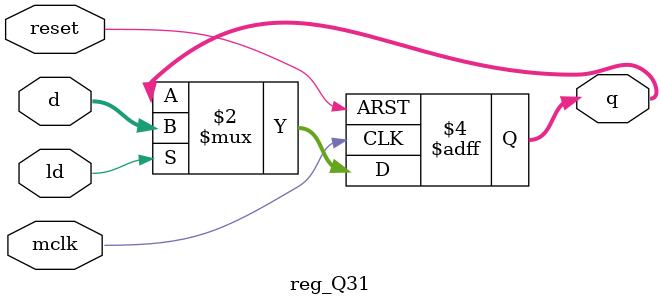
<source format=v>
`timescale 1ns / 1ps

// Dependencies: 	 N/A

//
//////////////////////////////////////////////////////////////////////////////////
module reg_Q31(mclk,reset,ld,d,q);
input mclk,reset,ld;
input [31:0] d;
output [31:0] q;
reg [31:0] q;

always @(posedge mclk or posedge reset)
	begin
	if(reset)
		q <= 0;
	else if (ld)
		q <= d;
	end



endmodule

</source>
